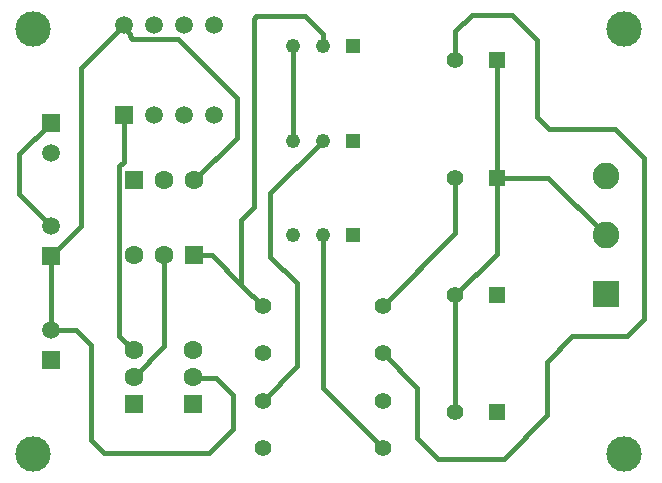
<source format=gtl>
G04*
G04 #@! TF.GenerationSoftware,Altium Limited,Altium Designer,23.0.1 (38)*
G04*
G04 Layer_Physical_Order=1*
G04 Layer_Color=255*
%FSLAX25Y25*%
%MOIN*%
G70*
G04*
G04 #@! TF.SameCoordinates,062A7089-F7A0-45CD-874A-4056981EB9F5*
G04*
G04*
G04 #@! TF.FilePolarity,Positive*
G04*
G01*
G75*
%ADD29C,0.01575*%
%ADD30C,0.11811*%
%ADD31R,0.05512X0.05512*%
%ADD32C,0.05512*%
%ADD33C,0.06299*%
%ADD34R,0.06299X0.06299*%
%ADD35C,0.05906*%
%ADD36R,0.05906X0.05906*%
%ADD37C,0.04795*%
%ADD38R,0.04795X0.04795*%
%ADD39R,0.06299X0.06299*%
%ADD40C,0.06299*%
%ADD41C,0.08858*%
%ADD42R,0.08858X0.08858*%
%ADD43R,0.06299X0.06299*%
D29*
X154428Y145000D02*
Y154628D01*
X159800Y160000D02*
X173400D01*
X154428Y154628D02*
X159800Y160000D01*
X181700Y125900D02*
Y151700D01*
X173400Y160000D02*
X181700Y151700D01*
Y125900D02*
X185500Y122100D01*
X207700D01*
X217300Y112500D01*
Y58700D02*
Y112500D01*
X211500Y52900D02*
X217300Y58700D01*
X185000Y44500D02*
X193400Y52900D01*
X211500D01*
X185000Y26600D02*
Y44500D01*
X170500Y12100D02*
X185000Y26600D01*
X148600Y12100D02*
X170500D01*
X141700Y19000D02*
X148600Y12100D01*
X141700Y19000D02*
Y35680D01*
X130136Y47244D02*
X141700Y35680D01*
X45800Y152915D02*
X46722Y151992D01*
X43955Y155560D02*
X45800Y153716D01*
X43955Y155560D02*
Y156732D01*
X45800Y152915D02*
Y153716D01*
X46722Y151992D02*
X61808D01*
X67400Y105000D02*
X81500Y119100D01*
Y132300D01*
X61808Y151992D02*
X81500Y132300D01*
X29500Y142277D02*
X43955Y156732D01*
X66829Y39370D02*
X66999Y39200D01*
X74700D01*
X80400Y22100D02*
Y33500D01*
X74700Y39200D02*
X80400Y33500D01*
X72200Y13900D02*
X80400Y22100D01*
X37300Y13900D02*
X72200D01*
X32900Y18300D02*
Y50200D01*
Y18300D02*
X37300Y13900D01*
X27982Y55118D02*
X32900Y50200D01*
X19585Y55118D02*
X27982D01*
X101600Y42960D02*
Y70600D01*
X92700Y79500D02*
X101600Y70600D01*
X92700Y79500D02*
Y100674D01*
X90136Y31496D02*
X101600Y42960D01*
X92700Y100674D02*
X110136Y118110D01*
X104278Y159600D02*
X110136Y153741D01*
Y149606D02*
Y153741D01*
X88058Y159600D02*
X104278D01*
X87135Y95935D02*
Y158677D01*
X88058Y159600D01*
X83000Y91800D02*
X87135Y95935D01*
X83000Y70128D02*
Y91800D01*
Y70128D02*
X90136Y62992D01*
X73128Y80000D02*
X83000Y70128D01*
X154428Y87284D02*
Y105853D01*
X168207Y80485D02*
Y105853D01*
X185386D01*
X204624Y86614D01*
X154428Y66706D02*
X168207Y80485D01*
X130136Y62992D02*
X154428Y87284D01*
X29500Y89561D02*
Y142277D01*
X19585Y79646D02*
X29500Y89561D01*
X9000Y113588D02*
X19585Y124173D01*
X9000Y100231D02*
X19585Y89646D01*
X9000Y100231D02*
Y113588D01*
X47144Y39370D02*
X57400Y49626D01*
Y80000D01*
X67400D02*
X73128D01*
X110136Y35748D02*
Y86614D01*
Y35748D02*
X130136Y15748D01*
X42400Y53130D02*
X47144Y48386D01*
X42400Y53130D02*
Y109600D01*
X43955Y111155D01*
Y126732D01*
X100136Y118110D02*
Y149606D01*
X154428Y27559D02*
Y66706D01*
X168207Y105853D02*
Y145000D01*
X19585Y55118D02*
Y79646D01*
D30*
X210630Y155512D02*
D03*
Y13780D02*
D03*
X13780D02*
D03*
Y155512D02*
D03*
D31*
X168207Y105853D02*
D03*
Y145000D02*
D03*
Y66706D02*
D03*
Y27559D02*
D03*
D32*
X154428Y105853D02*
D03*
X90136Y47244D02*
D03*
X130136D02*
D03*
X90136Y62992D02*
D03*
X130136D02*
D03*
Y15748D02*
D03*
X90136D02*
D03*
Y31496D02*
D03*
X130136D02*
D03*
X154428Y145000D02*
D03*
Y66706D02*
D03*
Y27559D02*
D03*
D33*
X47400Y80000D02*
D03*
X57400D02*
D03*
D34*
X67400D02*
D03*
D35*
X73955Y156732D02*
D03*
X63955D02*
D03*
X53955D02*
D03*
X43955D02*
D03*
X73955Y126732D02*
D03*
X63955D02*
D03*
X53955D02*
D03*
X19585Y114173D02*
D03*
Y89646D02*
D03*
Y55118D02*
D03*
D36*
X43955Y126732D02*
D03*
X19585Y124173D02*
D03*
Y79646D02*
D03*
Y45118D02*
D03*
D37*
X100136Y149606D02*
D03*
X110136D02*
D03*
X100136Y118110D02*
D03*
X110136D02*
D03*
X100136Y86614D02*
D03*
X110136D02*
D03*
D38*
X120136Y149606D02*
D03*
Y118110D02*
D03*
Y86614D02*
D03*
D39*
X47400Y105000D02*
D03*
D40*
X57400D02*
D03*
X67400D02*
D03*
X66829Y48386D02*
D03*
Y39370D02*
D03*
X47144Y48386D02*
D03*
Y39370D02*
D03*
D41*
X204624Y86614D02*
D03*
Y106299D02*
D03*
D42*
Y66929D02*
D03*
D43*
X66829Y30354D02*
D03*
X47144D02*
D03*
M02*

</source>
